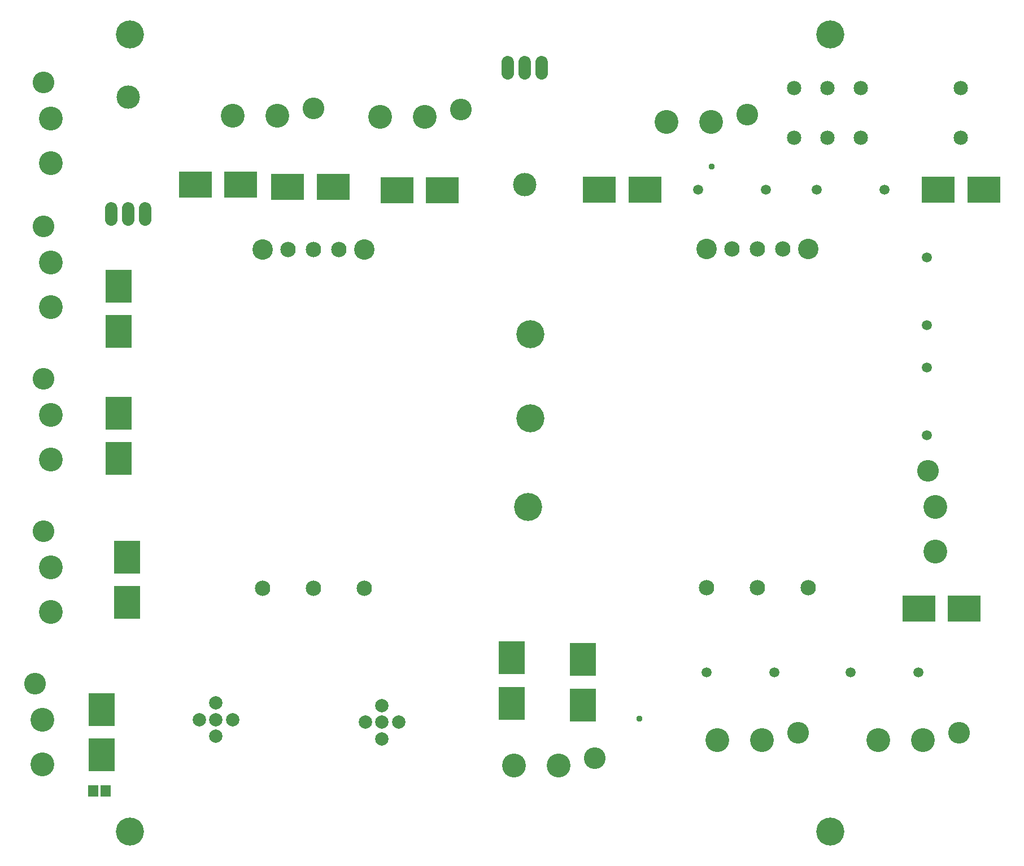
<source format=gbr>
G04 EAGLE Gerber RS-274X export*
G75*
%MOMM*%
%FSLAX34Y34*%
%LPD*%
%INSoldermask Top*%
%IPPOS*%
%AMOC8*
5,1,8,0,0,1.08239X$1,22.5*%
G01*
%ADD10C,4.203200*%
%ADD11C,3.578200*%
%ADD12C,3.253200*%
%ADD13R,4.003200X4.903200*%
%ADD14R,4.903200X4.003200*%
%ADD15C,2.153200*%
%ADD16C,2.303200*%
%ADD17C,3.068200*%
%ADD18C,1.511200*%
%ADD19R,1.503200X1.703200*%
%ADD20C,2.003200*%
%ADD21C,1.879600*%
%ADD22C,3.505200*%
%ADD23C,0.959600*%


D10*
X220000Y1910000D03*
X220000Y715000D03*
X1270000Y715000D03*
X1270000Y1910000D03*
X820420Y1334760D03*
X820420Y1460490D03*
X816610Y1201410D03*
D11*
X101600Y1501500D03*
X101600Y1568500D03*
D12*
X90600Y1622500D03*
D11*
X101600Y1717400D03*
X101600Y1784400D03*
D12*
X90600Y1838400D03*
D13*
X792480Y907070D03*
X792480Y975070D03*
D14*
X991580Y1677670D03*
X923580Y1677670D03*
X1470370Y1049020D03*
X1402370Y1049020D03*
X456220Y1681480D03*
X524220Y1681480D03*
D13*
X203200Y1532600D03*
X203200Y1464600D03*
X203200Y1342100D03*
X203200Y1274100D03*
D14*
X1499580Y1677670D03*
X1431580Y1677670D03*
D13*
X899160Y904530D03*
X899160Y972530D03*
X215900Y1058200D03*
X215900Y1126200D03*
D14*
X317790Y1685290D03*
X385790Y1685290D03*
D13*
X177800Y829600D03*
X177800Y897600D03*
D14*
X688050Y1676400D03*
X620050Y1676400D03*
D11*
X594720Y1786890D03*
X661720Y1786890D03*
D12*
X715720Y1797890D03*
D11*
X1023980Y1779270D03*
X1090980Y1779270D03*
D12*
X1144980Y1790270D03*
D15*
X1465580Y1830070D03*
X1315580Y1830070D03*
X1265580Y1830070D03*
X1215580Y1830070D03*
X1215580Y1755070D03*
X1265580Y1755070D03*
X1315580Y1755070D03*
X1465580Y1755070D03*
D11*
X373740Y1788160D03*
X440740Y1788160D03*
D12*
X494740Y1799160D03*
D11*
X101600Y1272900D03*
X101600Y1339900D03*
D12*
X90600Y1393900D03*
D11*
X101600Y1044300D03*
X101600Y1111300D03*
D12*
X90600Y1165300D03*
D11*
X88900Y815700D03*
X88900Y882700D03*
D12*
X77900Y936700D03*
D11*
X1427480Y1134470D03*
X1427480Y1201470D03*
D12*
X1416480Y1255470D03*
D16*
X419100Y1079500D03*
X495300Y1079500D03*
X571500Y1079500D03*
D17*
X571500Y1587500D03*
D16*
X533400Y1587500D03*
X495300Y1587500D03*
X457200Y1587500D03*
D17*
X419100Y1587500D03*
D16*
X1084580Y1080770D03*
X1160780Y1080770D03*
X1236980Y1080770D03*
D17*
X1236980Y1588770D03*
D16*
X1198880Y1588770D03*
X1160780Y1588770D03*
X1122680Y1588770D03*
D17*
X1084580Y1588770D03*
D11*
X795380Y814070D03*
X862380Y814070D03*
D12*
X916380Y825070D03*
D18*
X1186180Y953770D03*
X1084580Y953770D03*
X1071880Y1677670D03*
X1173480Y1677670D03*
X1402080Y953770D03*
X1300480Y953770D03*
X1249680Y1677670D03*
X1351280Y1677670D03*
X1414780Y1309370D03*
X1414780Y1410970D03*
X1414780Y1576070D03*
X1414780Y1474470D03*
D11*
X1100180Y852170D03*
X1167180Y852170D03*
D12*
X1221180Y863170D03*
D11*
X1341480Y852170D03*
X1408480Y852170D03*
D12*
X1462480Y863170D03*
D19*
X164490Y775970D03*
X183490Y775970D03*
D20*
X323850Y882650D03*
X348850Y907650D03*
X373850Y882650D03*
X348850Y857650D03*
X348850Y882650D03*
X572770Y878840D03*
X597770Y903840D03*
X622770Y878840D03*
X597770Y853840D03*
X597770Y878840D03*
D21*
X836930Y1852168D02*
X836930Y1868932D01*
X811530Y1868932D02*
X811530Y1852168D01*
X786130Y1852168D02*
X786130Y1868932D01*
D22*
X811530Y1685290D03*
D21*
X191770Y1649222D02*
X191770Y1632458D01*
X217170Y1632458D02*
X217170Y1649222D01*
X242570Y1649222D02*
X242570Y1632458D01*
D22*
X217170Y1816100D03*
D23*
X983488Y883666D03*
X1092200Y1711960D03*
M02*

</source>
